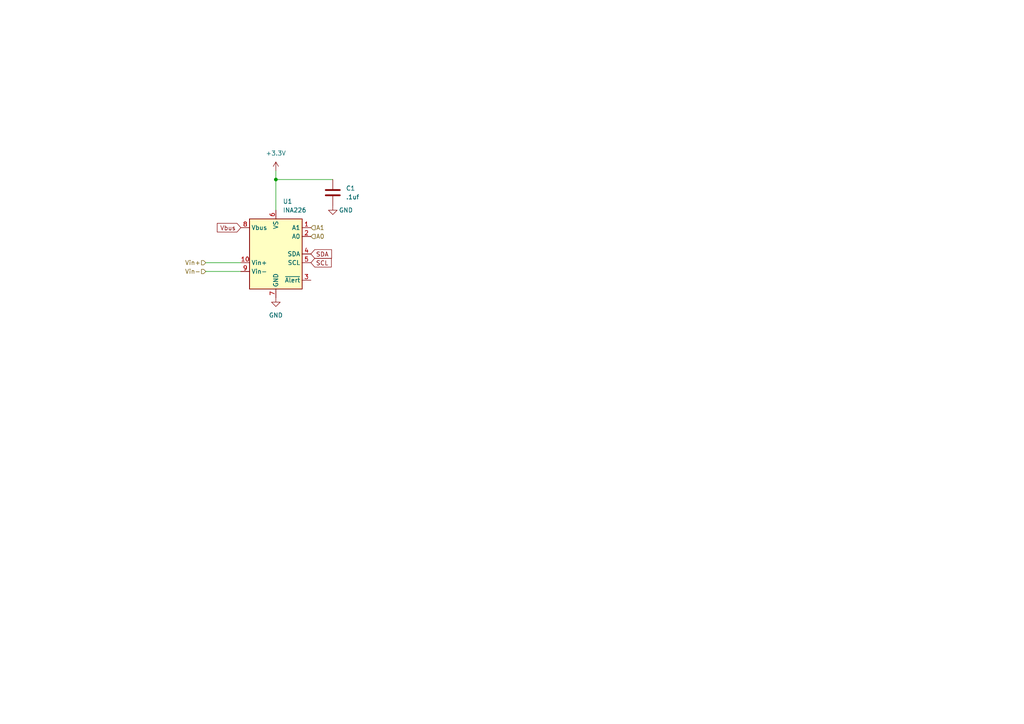
<source format=kicad_sch>
(kicad_sch (version 20211123) (generator eeschema)
  (paper "A4")
  (lib_symbols
    (symbol "Device:C" (pin_numbers hide) (pin_names (offset 0.254))
      (property "Reference" "C" (at 0.635 2.54 0))
      (property "Value" "C" (at 0.635 -2.54 0))
      (symbol "C_0_1"
        (polyline (pts (xy -2.032 -0.762) (xy 2.032 -0.762)) (stroke (width 0.508)))
        (polyline (pts (xy -2.032 0.762) (xy 2.032 0.762)) (stroke (width 0.508)))
      )
      (symbol "C_1_1"
        (pin passive line (at 0 3.81 270) (length 2.794) (name "~") (number "1"))
        (pin passive line (at 0 -3.81 90) (length 2.794) (name "~") (number "2"))
      )
    )
    (symbol "Sensor_Energy:INA226"
      (property "Reference" "U" (at -6.35 11.43 0))
      (property "Value" "INA226" (at 3.81 11.43 0))
      (symbol "INA226_0_1"
        (rectangle (start 7.62 10.16) (end -7.62 -10.16) (stroke (width 0.254)) (fill (type background)))
      )
      (symbol "INA226_1_1"
        (pin input line (at 10.16 7.62 180) (length 2.54) (name "A1") (number "1"))
        (pin input line (at -10.16 -2.54 0) (length 2.54) (name "Vin+") (number "10"))
        (pin input line (at 10.16 5.08 180) (length 2.54) (name "A0") (number "2"))
        (pin open_collector line (at 10.16 -7.62 180) (length 2.54) (name "~{Alert}") (number "3"))
        (pin bidirectional line (at 10.16 0 180) (length 2.54) (name "SDA") (number "4"))
        (pin input line (at 10.16 -2.54 180) (length 2.54) (name "SCL") (number "5"))
        (pin power_in line (at 0 12.7 270) (length 2.54) (name "VS") (number "6"))
        (pin power_in line (at 0 -12.7 90) (length 2.54) (name "GND") (number "7"))
        (pin input line (at -10.16 7.62 0) (length 2.54) (name "Vbus") (number "8"))
        (pin input line (at -10.16 -5.08 0) (length 2.54) (name "Vin-") (number "9"))
      )
    )
    (symbol "power:+3.3V" (power) (pin_names (offset 0))
      (property "Value" "+3.3V" (at 0 3.556 0))
      (symbol "+3.3V_0_1"
        (polyline (pts (xy -0.762 1.27) (xy 0 2.54)))
        (polyline (pts (xy 0 0) (xy 0 2.54)))
        (polyline (pts (xy 0 2.54) (xy 0.762 1.27)))
      )
      (symbol "+3.3V_1_1"
        (pin power_in line (at 0 0 90) (length 0) hide (name "+3.3V") (number "1"))
      )
    )
    (symbol "power:GND" (power) (pin_names (offset 0))
      (property "Value" "GND" (at 0 -3.81 0))
      (symbol "GND_0_1"
        (polyline (pts (xy 0 0) (xy 0 -1.27) (xy 1.27 -1.27) (xy 0 -2.54) (xy -1.27 -1.27) (xy 0 -1.27)))
      )
      (symbol "GND_1_1"
        (pin power_in line (at 0 0 270) (length 0) hide (name "GND") (number "1"))
      )
    )
  )
  (junction (at 80.01 52.07))
  (wire (pts (xy 80.01 52.07) (xy 96.52 52.07)))
  (wire (pts (xy 80.01 49.53) (xy 80.01 52.07)))
  (wire (pts (xy 59.69 76.2) (xy 69.85 76.2)))
  (wire (pts (xy 80.01 52.07) (xy 80.01 60.96)))
  (wire (pts (xy 59.69 78.74) (xy 69.85 78.74)))
  (global_label "SCL" (shape input) (at 90.17 76.2 0) (property "Intersheet References" "${INTERSHEET_REFS}" (effects hide)))
  (global_label "Vbus" (shape input) (at 69.85 66.04 180) (property "Intersheet References" "${INTERSHEET_REFS}" (effects hide)))
  (global_label "SDA" (shape input) (at 90.17 73.66 0) (property "Intersheet References" "${INTERSHEET_REFS}" (effects hide)))
  (hierarchical_label "A0" (shape input) (at 90.17 68.58 0))
  (hierarchical_label "Vin-" (shape input) (at 59.69 78.74 180))
  (hierarchical_label "Vin+" (shape input) (at 59.69 76.2 180))
  (hierarchical_label "A1" (shape input) (at 90.17 66.04 0))
  (symbol (lib_id "Device:C") (at 96.52 55.88 0) (unit 1)
    (property "Reference" "C1" (at 100.33 54.6099 0) (effects (justify left)))
    (property "Value" ".1uf" (at 100.33 57.1499 0) (effects (justify left)))
    (property "Footprint" "Capacitor_SMD:C_0603_1608Metric" (effects hide))
  )
  (symbol (lib_id "power:GND") (at 96.52 59.69 0) (unit 1)
    (property "Reference" "#PWR015" (effects hide))
    (property "Value" "GND" (at 100.33 60.96 0))
  )
  (symbol (lib_id "Sensor_Energy:INA226") (at 80.01 73.66 0) (unit 1)
    (property "Reference" "U1" (at 82.0294 58.42 0) (effects (justify left)))
    (property "Value" "INA226" (at 82.0294 60.96 0) (effects (justify left)))
    (property "Footprint" "Package_SO:VSSOP-10_3x3mm_P0.5mm" (effects hide))
    (property "Datasheet" "http://www.ti.com/lit/ds/symlink/ina226.pdf" (effects hide))
  )
  (symbol (lib_id "power:GND") (at 80.01 86.36 0) (unit 1)
    (property "Reference" "#PWR0102" (effects hide))
    (property "Value" "GND" (at 80.01 91.44 0))
  )
  (symbol (lib_id "power:+3.3V") (at 80.01 49.53 0) (unit 1)
    (property "Reference" "#PWR0101" (effects hide))
    (property "Value" "+3.3V" (at 80.01 44.45 0))
  )
)
</source>
